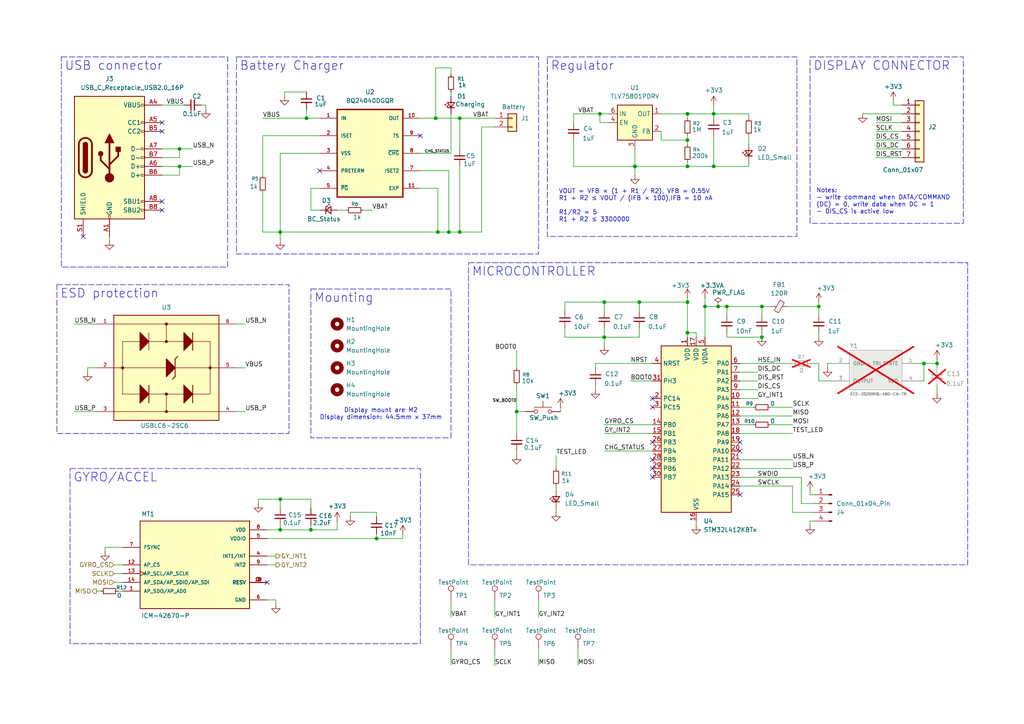
<source format=kicad_sch>
(kicad_sch (version 20250114) (generator "eeschema") (generator_version "9.0")
  (paper "A4")
  (title_block (title "Robot Companion") (date "2025-05-31") (rev "A"))
  (lib_symbols
    (symbol "BQ24040DGQR:BQ24040DGQR" (pin_names (offset 1.016))
      (property "Reference" "U" (at -12.7 13.7 0))
      (property "Value" "BQ24040DGQR" (at -12.7 -16.7 0))
      (symbol "BQ24040DGQR_0_0"
        (pin input line (at -17.78 10.16 0) (length 5.08) (name "IN") (number "1"))
        (pin input line (at -17.78 5.08 0) (length 5.08) (name "ISET") (number "2"))
        (pin power_in line (at -17.78 0 0) (length 5.08) (name "VSS") (number "3"))
        (pin input line (at -17.78 -5.08 0) (length 5.08) (name "PRETERM") (number "4"))
        (pin output line (at -17.78 -10.16 0) (length 5.08) (name "~{PG}") (number "5"))
        (pin output line (at 11.43 10.16 180) (length 5.08) (name "OUT") (number "10"))
        (pin input line (at 11.43 5.08 180) (length 5.08) (name "TS") (number "9"))
        (pin output line (at 11.43 0 180) (length 5.08) (name "~{CHG}") (number "8"))
        (pin input line (at 11.43 -5.08 180) (length 5.08) (name "ISET2") (number "7"))
      )
      (symbol "BQ24040DGQR_1_0"
        (pin power_in line (at 11.43 -10.16 180) (length 5.08) (name "EXP") (number "11"))
      )
    )
    (symbol "Connector:Conn_01x04_Pin" (pin_names (offset 1.016) (hide yes))
      (property "Reference" "J" (at 0 5.08 0))
      (property "Value" "Conn_01x04_Pin" (at 0 -7.62 0))
      (symbol "Conn_01x04_Pin_1_1"
        (pin passive line (at 5.08 2.54 180) (length 3.81) (name "Pin_1") (number "1"))
        (pin passive line (at 5.08 0 180) (length 3.81) (name "Pin_2") (number "2"))
        (pin passive line (at 5.08 -2.54 180) (length 3.81) (name "Pin_3") (number "3"))
        (pin passive line (at 5.08 -5.08 180) (length 3.81) (name "Pin_4") (number "4"))
      )
    )
    (symbol "Connector:TestPoint" (pin_numbers (hide yes)) (pin_names (offset 0.762) (hide yes))
      (property "Reference" "TP" (at 0 6.858 0))
      (property "Value" "TestPoint" (at 0 5.08 0))
      (symbol "TestPoint_1_1"
        (pin passive line (at 0 0 90) (length 2.54) (name "1") (number "1"))
      )
    )
    (symbol "Connector:USB_C_Receptacle_USB2.0_16P" (pin_names (offset 1.016))
      (property "Reference" "J" (at 0 22.225 0))
      (property "Value" "USB_C_Receptacle_USB2.0_16P" (at 0 19.685 0))
      (symbol "USB_C_Receptacle_USB2.0_16P_1_1"
        (pin passive line (at -7.62 -22.86 90) (length 5.08) (name "SHIELD") (number "S1"))
        (pin passive line (at 0 -22.86 90) (length 5.08) (name "GND") (number "A1"))
        (pin passive line (at 0 -22.86 90) (length 5.08) (hide yes) (name "GND") (number "A12"))
        (pin passive line (at 0 -22.86 90) (length 5.08) (hide yes) (name "GND") (number "B1"))
        (pin passive line (at 0 -22.86 90) (length 5.08) (hide yes) (name "GND") (number "B12"))
        (pin passive line (at 15.24 15.24 180) (length 5.08) (name "VBUS") (number "A4"))
        (pin passive line (at 15.24 15.24 180) (length 5.08) (hide yes) (name "VBUS") (number "A9"))
        (pin passive line (at 15.24 15.24 180) (length 5.08) (hide yes) (name "VBUS") (number "B4"))
        (pin passive line (at 15.24 15.24 180) (length 5.08) (hide yes) (name "VBUS") (number "B9"))
        (pin bidirectional line (at 15.24 10.16 180) (length 5.08) (name "CC1") (number "A5"))
        (pin bidirectional line (at 15.24 7.62 180) (length 5.08) (name "CC2") (number "B5"))
        (pin bidirectional line (at 15.24 2.54 180) (length 5.08) (name "D-") (number "A7"))
        (pin bidirectional line (at 15.24 0 180) (length 5.08) (name "D-") (number "B7"))
        (pin bidirectional line (at 15.24 -2.54 180) (length 5.08) (name "D+") (number "A6"))
        (pin bidirectional line (at 15.24 -5.08 180) (length 5.08) (name "D+") (number "B6"))
        (pin bidirectional line (at 15.24 -12.7 180) (length 5.08) (name "SBU1") (number "A8"))
        (pin bidirectional line (at 15.24 -15.24 180) (length 5.08) (name "SBU2") (number "B8"))
      )
    )
    (symbol "Connector_Generic:Conn_01x02" (pin_names (offset 1.016) (hide yes))
      (property "Reference" "J" (at 0 2.54 0))
      (property "Value" "Conn_01x02" (at 0 -5.08 0))
      (symbol "Conn_01x02_1_1"
        (pin passive line (at -5.08 0 0) (length 3.81) (name "Pin_1") (number "1"))
        (pin passive line (at -5.08 -2.54 0) (length 3.81) (name "Pin_2") (number "2"))
      )
    )
    (symbol "Connector_Generic:Conn_01x07" (pin_names (offset 1.016) (hide yes))
      (property "Reference" "J" (at 0 10.16 0))
      (property "Value" "Conn_01x07" (at 0 -10.16 0))
      (symbol "Conn_01x07_1_1"
        (pin passive line (at -5.08 7.62 0) (length 3.81) (name "Pin_1") (number "1"))
        (pin passive line (at -5.08 5.08 0) (length 3.81) (name "Pin_2") (number "2"))
        (pin passive line (at -5.08 2.54 0) (length 3.81) (name "Pin_3") (number "3"))
        (pin passive line (at -5.08 0 0) (length 3.81) (name "Pin_4") (number "4"))
        (pin passive line (at -5.08 -2.54 0) (length 3.81) (name "Pin_5") (number "5"))
        (pin passive line (at -5.08 -5.08 0) (length 3.81) (name "Pin_6") (number "6"))
        (pin passive line (at -5.08 -7.62 0) (length 3.81) (name "Pin_7") (number "7"))
      )
    )
    (symbol "Device:C_Small" (pin_numbers (hide yes)) (pin_names (offset 0.254) (hide yes))
      (property "Reference" "C" (at 0.254 1.778 0))
      (property "Value" "C_Small" (at 0.254 -2.032 0))
      (symbol "C_Small_1_1"
        (pin passive line (at 0 2.54 270) (length 2.032) (name "~") (number "1"))
        (pin passive line (at 0 -2.54 90) (length 2.032) (name "~") (number "2"))
      )
    )
    (symbol "Device:FerriteBead_Small" (pin_numbers (hide yes)) (pin_names (offset 0))
      (property "Reference" "FB" (at 1.905 1.27 0))
      (property "Value" "FerriteBead_Small" (at 1.905 -1.27 0))
      (symbol "FerriteBead_Small_1_1"
        (pin passive line (at 0 2.54 270) (length 1.27) (name "~") (number "1"))
        (pin passive line (at 0 -2.54 90) (length 1.27) (name "~") (number "2"))
      )
    )
    (symbol "Device:LED_Small" (pin_numbers (hide yes)) (pin_names (offset 0.254) (hide yes))
      (property "Reference" "D" (at -1.27 3.175 0))
      (property "Value" "LED_Small" (at -4.445 -2.54 0))
      (symbol "LED_Small_1_1"
        (pin passive line (at -2.54 0 0) (length 1.778) (name "K") (number "1"))
        (pin passive line (at 2.54 0 180) (length 1.778) (name "A") (number "2"))
      )
    )
    (symbol "Device:R_Small" (pin_numbers (hide yes)) (pin_names (offset 0.254) (hide yes))
      (property "Reference" "R" (at 0 0 90))
      (property "Value" "R_Small" (at 1.778 0 90))
      (symbol "R_Small_1_1"
        (pin passive line (at 0 2.54 270) (length 0.762) (name "~") (number "1"))
        (pin passive line (at 0 -2.54 90) (length 0.762) (name "~") (number "2"))
      )
    )
    (symbol "ECS-2520MVQ-480-CN-TR:ECS-2520MVQ-480-CN-TR" (pin_names (offset 1.016))
      (property "Reference" "Y1" (at 0 12.7 0))
      (property "Value" "ECS-2520MVQ-480-CN-TR" (at 0 10.16 0))
      (symbol "ECS-2520MVQ-480-CN-TR_0_0"
        (pin input line (at -12.7 2.54 0) (length 5.08) (name "VDD") (number "4"))
        (pin input line (at -12.7 -2.54 0) (length 5.08) (name "TRI_STATE") (number "1"))
        (pin output line (at 12.7 2.54 180) (length 5.08) (name "OUTPUT") (number "3"))
        (pin power_in line (at 12.7 -2.54 180) (length 5.08) (name "GND") (number "2"))
      )
    )
    (symbol "ICM-42670-P:ICM-42670-P" (pin_names (offset 1.016))
      (property "Reference" "MT" (at -20.32 13.97 0))
      (property "Value" "ICM-42670-P" (at -20.32 -15.24 0))
      (symbol "ICM-42670-P_0_0"
        (pin input line (at -25.4 5.08 0) (length 5.08) (name "FSYNC") (number "7"))
        (pin input line (at -25.4 0 0) (length 5.08) (name "AP_CS") (number "12"))
        (pin input clock (at -25.4 -2.54 0) (length 5.08) (name "AP_SCL/AP_SCLK") (number "13"))
        (pin bidirectional line (at -25.4 -5.08 0) (length 5.08) (name "AP_SDA/AP_SDIO/AP_SDI") (number "14"))
        (pin bidirectional line (at -25.4 -7.62 0) (length 5.08) (name "AP_SDO/AP_AD0") (number "1"))
        (pin power_in line (at 16.51 10.16 180) (length 5.08) (name "VDD") (number "8"))
        (pin power_in line (at 16.51 7.62 180) (length 5.08) (name "VDDIO") (number "5"))
        (pin output line (at 16.51 2.54 180) (length 5.08) (name "INT1/INT") (number "4"))
        (pin output line (at 16.51 0 180) (length 5.08) (name "INT2") (number "9"))
        (pin passive line (at 16.51 -5.08 180) (length 5.08) (name "RESV") (number "10"))
        (pin passive line (at 16.51 -5.08 180) (length 5.08) (name "RESV") (number "11"))
        (pin passive line (at 16.51 -5.08 180) (length 5.08) (name "RESV") (number "2"))
        (pin passive line (at 16.51 -5.08 180) (length 5.08) (name "RESV") (number "3"))
        (pin power_in line (at 16.51 -10.16 180) (length 5.08) (name "GND") (number "6"))
      )
    )
    (symbol "MCU_ST_STM32L4:STM32L412KBTx"
      (property "Reference" "U" (at -10.16 26.67 0))
      (property "Value" "STM32L412KBTx" (at 5.08 26.67 0))
      (symbol "STM32L412KBTx_1_1"
        (pin input line (at -12.7 20.32 0) (length 2.54) (name "NRST") (number "4"))
        (pin bidirectional line (at -12.7 15.24 0) (length 2.54) (name "PH3") (number "31"))
        (pin bidirectional line (at -12.7 10.16 0) (length 2.54) (name "PC14") (number "2"))
        (pin bidirectional line (at -12.7 7.62 0) (length 2.54) (name "PC15") (number "3"))
        (pin bidirectional line (at -12.7 2.54 0) (length 2.54) (name "PB0") (number "14"))
        (pin bidirectional line (at -12.7 0 0) (length 2.54) (name "PB1") (number "15"))
        (pin bidirectional line (at -12.7 -2.54 0) (length 2.54) (name "PB3") (number "26"))
        (pin bidirectional line (at -12.7 -5.08 0) (length 2.54) (name "PB4") (number "27"))
        (pin bidirectional line (at -12.7 -7.62 0) (length 2.54) (name "PB5") (number "28"))
        (pin bidirectional line (at -12.7 -10.16 0) (length 2.54) (name "PB6") (number "29"))
        (pin bidirectional line (at -12.7 -12.7 0) (length 2.54) (name "PB7") (number "30"))
        (pin power_in line (at -2.54 27.94 270) (length 2.54) (name "VDD") (number "1"))
        (pin power_in line (at 0 27.94 270) (length 2.54) (name "VDD") (number "17"))
        (pin power_in line (at 0 -25.4 90) (length 2.54) (name "VSS") (number "16"))
        (pin passive line (at 0 -25.4 90) (length 2.54) (hide yes) (name "VSS") (number "32"))
        (pin power_in line (at 2.54 27.94 270) (length 2.54) (name "VDDA") (number "5"))
        (pin bidirectional line (at 12.7 20.32 180) (length 2.54) (name "PA0") (number "6"))
        (pin bidirectional line (at 12.7 17.78 180) (length 2.54) (name "PA1") (number "7"))
        (pin bidirectional line (at 12.7 15.24 180) (length 2.54) (name "PA2") (number "8"))
        (pin bidirectional line (at 12.7 12.7 180) (length 2.54) (name "PA3") (number "9"))
        (pin bidirectional line (at 12.7 10.16 180) (length 2.54) (name "PA4") (number "10"))
        (pin bidirectional line (at 12.7 7.62 180) (length 2.54) (name "PA5") (number "11"))
        (pin bidirectional line (at 12.7 5.08 180) (length 2.54) (name "PA6") (number "12"))
        (pin bidirectional line (at 12.7 2.54 180) (length 2.54) (name "PA7") (number "13"))
        (pin bidirectional line (at 12.7 0 180) (length 2.54) (name "PA8") (number "18"))
        (pin bidirectional line (at 12.7 -2.54 180) (length 2.54) (name "PA9") (number "19"))
        (pin bidirectional line (at 12.7 -5.08 180) (length 2.54) (name "PA10") (number "20"))
        (pin bidirectional line (at 12.7 -7.62 180) (length 2.54) (name "PA11") (number "21"))
        (pin bidirectional line (at 12.7 -10.16 180) (length 2.54) (name "PA12") (number "22"))
        (pin bidirectional line (at 12.7 -12.7 180) (length 2.54) (name "PA13") (number "23"))
        (pin bidirectional line (at 12.7 -15.24 180) (length 2.54) (name "PA14") (number "24"))
        (pin bidirectional line (at 12.7 -17.78 180) (length 2.54) (name "PA15") (number "25"))
      )
    )
    (symbol "Mechanical:MountingHole" (pin_names (offset 1.016)) (in_bom no)
      (property "Reference" "H" (at 0 5.08 0))
      (property "Value" "MountingHole" (at 0 3.175 0))
    )
    (symbol "Regulator_Linear:TLV75801PDRV"
      (property "Reference" "U" (at -3.81 6.35 0))
      (property "Value" "TLV75801PDRV" (at 0 6.35 0))
      (symbol "TLV75801PDRV_1_1"
        (pin power_in line (at -7.62 2.54 0) (length 2.54) (name "IN") (number "6"))
        (pin input line (at -7.62 0 0) (length 2.54) (name "EN") (number "4"))
        (pin power_in line (at 0 -7.62 90) (length 2.54) (name "GND") (number "3"))
        (pin passive line (at 0 -7.62 90) (length 2.54) (hide yes) (name "GND") (number "7"))
        (pin no_connect line (at 5.08 0 180) (length 2.54) (hide yes) (name "DNC") (number "5"))
        (pin power_out line (at 7.62 2.54 180) (length 2.54) (name "OUT") (number "1"))
        (pin input line (at 7.62 -2.54 180) (length 2.54) (name "FB") (number "2"))
      )
    )
    (symbol "Switch:SW_Push" (pin_numbers (hide yes)) (pin_names (offset 1.016) (hide yes))
      (property "Reference" "SW" (at 1.27 2.54 0))
      (property "Value" "SW_Push" (at 0 -1.524 0))
      (symbol "SW_Push_0_1"
        (pin passive line (at -5.08 0 0) (length 2.54) (name "1") (number "1"))
        (pin passive line (at 5.08 0 180) (length 2.54) (name "2") (number "2"))
      )
    )
    (symbol "USBLC6-2SC6:USBLC6-2SC6" (pin_names (offset 1.016))
      (property "Reference" "U" (at -15.2693 17.8093 0))
      (property "Value" "USBLC6-2SC6" (at -15.2559 -17.7959 0))
      (symbol "USBLC6-2SC6_0_0"
        (pin bidirectional line (at -20.32 12.7 0) (length 5.08) (name "~") (number "1"))
        (pin power_in line (at -20.32 0 0) (length 5.08) (name "~") (number "2"))
        (pin bidirectional line (at -20.32 -12.7 0) (length 5.08) (name "~") (number "3"))
        (pin bidirectional line (at 20.32 12.7 180) (length 5.08) (name "~") (number "6"))
        (pin power_in line (at 20.32 0 180) (length 5.08) (name "~") (number "5"))
        (pin bidirectional line (at 20.32 -12.7 180) (length 5.08) (name "~") (number "4"))
      )
    )
    (symbol "power:+3.3VA" (power) (pin_numbers (hide yes)) (pin_names (offset 0) (hide yes))
      (property "Value" "+3.3VA" (at 0 3.556 0))
      (symbol "+3.3VA_1_1"
        (pin power_in line (at 0 0 90) (length 0) (name "~") (number "1"))
      )
    )
    (symbol "power:+3V3" (power) (pin_numbers (hide yes)) (pin_names (offset 0) (hide yes))
      (property "Value" "+3V3" (at 0 3.556 0))
      (symbol "+3V3_1_1"
        (pin power_in line (at 0 0 90) (length 0) (name "~") (number "1"))
      )
    )
    (symbol "power:GND" (power) (pin_numbers (hide yes)) (pin_names (offset 0) (hide yes))
      (property "Value" "GND" (at 0 -3.81 0))
      (symbol "GND_1_1"
        (pin power_in line (at 0 0 270) (length 0) (name "~") (number "1"))
      )
    )
    (symbol "power:PWR_FLAG" (power) (pin_numbers (hide yes)) (pin_names (offset 0) (hide yes))
      (property "Value" "PWR_FLAG" (at 0 3.81 0))
      (symbol "PWR_FLAG_0_0"
        (pin power_out line (at 0 0 90) (length 0) (name "~") (number "1"))
      )
    )
  )
  (text "Display mount are M2\nDisplay dimension: 44.5mm x 37mm\n" (at 110.49 120.142 0) (effects (font (size 1.27 1.27))))
  (text "VOUT = VFB × (1 + R1 / R2), VFB = 0.55V\nR1 + R2 ≤ VOUT / (IFB × 100),IFB = 10 nA\n\nR1/R2 = 5\nR1 + R2 ≤ 3300000" (at 162.052 59.69 0) (effects (font (size 1.27 1.27)) (justify left)))
  (text "Notes: \n- write command when DATA/COMMAND \n(DC) = 0, write data when DC = 1\n- DIS_CS is active low" (at 236.728 58.42 0) (effects (font (size 1.27 1.27)) (justify left)))
  (text_box "DISPLAY CONNECTOR" (at 234.95 16.51 0) (size 44.45 48.26) (margins 0.9525 0.9525 0.9525 0.9525) (stroke (width 0) (type dash)) (effects (font (size 2.54 2.54)) (justify left top)))
  (text_box "Battery Charger" (at 68.58 16.51 0) (size 87.63 57.15) (margins 0.9525 0.9525 0.9525 0.9525) (stroke (width 0) (type dash)) (effects (font (size 2.54 2.54)) (justify left top)))
  (text_box "ESD protection" (at 16.51 82.55 0) (size 67.31 43.18) (margins 0.9525 0.9525 0.9525 0.9525) (stroke (width 0) (type dash)) (effects (font (size 2.54 2.54)) (justify left top)))
  (text_box "MICROCONTROLLER\n" (at 135.89 76.2 0) (size 144.78 87.63) (margins 0.9525 0.9525 0.9525 0.9525) (stroke (width 0) (type dash)) (effects (font (size 2.54 2.54)) (justify left top)))
  (text_box "Regulator" (at 158.75 16.51 0) (size 72.39 52.07) (margins 0.9525 0.9525 0.9525 0.9525) (stroke (width 0) (type dash)) (effects (font (size 2.54 2.54)) (justify left top)))
  (text_box "Mounting" (at 90.17 83.82 0) (size 40.64 43.18) (margins 0.9525 0.9525 0.9525 0.9525) (stroke (width 0) (type dash)) (effects (font (size 2.54 2.54)) (justify left top)))
  (text_box "USB connector\n" (at 17.78 16.51 0) (size 48.26 60.96) (margins 0.9525 0.9525 0.9525 0.9525) (stroke (width 0) (type dash)) (effects (font (size 2.54 2.54)) (justify left top)))
  (text_box "GYRO/ACCEL\n" (at 20.32 135.89 0) (size 101.6 50.8) (margins 0.9525 0.9525 0.9525 0.9525) (stroke (width 0) (type dash)) (effects (font (size 2.54 2.54)) (justify left top)))
  (junction (at 199.39 96.52))
  (junction (at 173.99 33.02))
  (junction (at 199.39 87.63))
  (junction (at 184.15 48.26))
  (junction (at 208.28 88.9))
  (junction (at 90.17 153.67))
  (junction (at 199.39 33.02))
  (junction (at 130.175 67.31))
  (junction (at 210.82 88.9))
  (junction (at 81.28 67.31))
  (junction (at 52.07 48.26))
  (junction (at 220.98 88.9))
  (junction (at 199.39 48.26))
  (junction (at 109.22 156.21))
  (junction (at 237.49 88.9))
  (junction (at 133.35 34.29))
  (junction (at 88.9 34.29))
  (junction (at 127 67.31))
  (junction (at 220.98 97.79))
  (junction (at 204.47 88.9))
  (junction (at 52.07 43.18))
  (junction (at 175.26 87.63))
  (junction (at 81.28 153.67))
  (junction (at 175.26 97.79))
  (junction (at 149.86 119.38))
  (junction (at 185.42 87.63))
  (junction (at 271.78 105.41))
  (junction (at 207.01 48.26))
  (junction (at 133.35 67.31))
  (junction (at 81.28 144.78))
  (junction (at 267.97 105.41))
  (junction (at 126.365 34.29))
  (junction (at 199.39 40.64))
  (junction (at 207.01 33.02))
  (no_connect (at 189.23 135.89))
  (no_connect (at 214.63 143.51))
  (no_connect (at 189.23 133.35))
  (no_connect (at 46.99 60.96))
  (no_connect (at 189.23 115.57))
  (no_connect (at 24.13 68.58))
  (no_connect (at 46.99 58.42))
  (no_connect (at 189.23 118.11))
  (no_connect (at 92.71 49.53))
  (no_connect (at 77.47 168.91))
  (no_connect (at 121.92 39.37))
  (no_connect (at 46.99 38.1))
  (no_connect (at 214.63 128.27))
  (no_connect (at 189.23 128.27))
  (no_connect (at 189.23 138.43))
  (no_connect (at 214.63 130.81))
  (no_connect (at 46.99 35.56))
  (wire (pts (xy 229.87 148.59) (xy 236.22 148.59)))
  (wire (pts (xy 185.42 87.63) (xy 185.42 90.17)))
  (wire (pts (xy 204.47 86.36) (xy 204.47 88.9)))
  (wire (pts (xy 81.28 144.78) (xy 81.28 147.32)))
  (wire (pts (xy 214.63 133.35) (xy 229.87 133.35)))
  (wire (pts (xy 76.2 67.31) (xy 81.28 67.31)))
  (wire (pts (xy 259.08 30.48) (xy 261.62 30.48)))
  (wire (pts (xy 149.86 119.38) (xy 149.86 125.73)))
  (wire (pts (xy 254 45.72) (xy 261.62 45.72)))
  (wire (pts (xy 220.98 88.9) (xy 220.98 91.44)))
  (wire (pts (xy 237.49 105.41) (xy 237.49 110.49)))
  (wire (pts (xy 214.63 140.97) (xy 229.87 140.97)))
  (wire (pts (xy 166.37 40.64) (xy 166.37 48.26)))
  (wire (pts (xy 52.07 45.72) (xy 46.99 45.72)))
  (wire (pts (xy 217.17 48.26) (xy 207.01 48.26)))
  (wire (pts (xy 204.47 88.9) (xy 208.28 88.9)))
  (wire (pts (xy 46.99 30.48) (xy 53.34 30.48)))
  (wire (pts (xy 80.01 173.99) (xy 80.01 175.26)))
  (wire (pts (xy 52.07 48.26) (xy 52.07 50.8)))
  (wire (pts (xy 133.35 48.26) (xy 133.35 67.31)))
  (wire (pts (xy 175.26 123.19) (xy 189.23 123.19)))
  (wire (pts (xy 189.23 105.41) (xy 172.72 105.41)))
  (wire (pts (xy 130.81 19.685) (xy 126.365 19.685)))
  (wire (pts (xy 76.2 39.37) (xy 76.2 50.8)))
  (wire (pts (xy 163.83 90.17) (xy 163.83 87.63)))
  (wire (pts (xy 121.92 44.45) (xy 130.81 44.45)))
  (wire (pts (xy 82.55 26.67) (xy 82.55 27.94)))
  (wire (pts (xy 101.6 149.86) (xy 101.6 148.59)))
  (wire (pts (xy 176.53 35.56) (xy 173.99 35.56)))
  (wire (pts (xy 266.7 105.41) (xy 267.97 105.41)))
  (wire (pts (xy 175.26 125.73) (xy 189.23 125.73)))
  (wire (pts (xy 217.17 39.37) (xy 217.17 41.91)))
  (wire (pts (xy 208.28 88.9) (xy 210.82 88.9)))
  (wire (pts (xy 204.47 88.9) (xy 204.47 97.79)))
  (wire (pts (xy 162.56 118.11) (xy 162.56 119.38)))
  (wire (pts (xy 21.59 119.38) (xy 27.94 119.38)))
  (wire (pts (xy 33.02 163.83) (xy 35.56 163.83)))
  (wire (pts (xy 77.47 163.83) (xy 80.01 163.83)))
  (wire (pts (xy 199.39 96.52) (xy 199.39 97.79)))
  (wire (pts (xy 25.4 106.68) (xy 27.94 106.68)))
  (wire (pts (xy 126.365 19.685) (xy 126.365 34.29)))
  (wire (pts (xy 175.26 95.25) (xy 175.26 97.79)))
  (wire (pts (xy 214.63 113.03) (xy 219.71 113.03)))
  (wire (pts (xy 163.83 97.79) (xy 175.26 97.79)))
  (wire (pts (xy 254 35.56) (xy 261.62 35.56)))
  (wire (pts (xy 92.71 44.45) (xy 81.28 44.45)))
  (wire (pts (xy 254 40.64) (xy 261.62 40.64)))
  (wire (pts (xy 214.63 115.57) (xy 219.71 115.57)))
  (wire (pts (xy 90.17 147.32) (xy 90.17 144.78)))
  (wire (pts (xy 175.26 97.79) (xy 175.26 100.33)))
  (wire (pts (xy 175.26 87.63) (xy 175.26 90.17)))
  (wire (pts (xy 217.17 33.02) (xy 217.17 34.29)))
  (wire (pts (xy 201.93 97.79) (xy 201.93 96.52)))
  (wire (pts (xy 210.82 96.52) (xy 210.82 97.79)))
  (wire (pts (xy 173.99 33.02) (xy 173.99 35.56)))
  (wire (pts (xy 175.26 87.63) (xy 185.42 87.63)))
  (wire (pts (xy 35.56 158.75) (xy 30.48 158.75)))
  (wire (pts (xy 109.22 156.21) (xy 116.84 156.21)))
  (wire (pts (xy 52.07 48.26) (xy 55.88 48.26)))
  (wire (pts (xy 133.35 67.31) (xy 139.7 67.31)))
  (wire (pts (xy 266.7 110.49) (xy 267.97 110.49)))
  (wire (pts (xy 166.37 48.26) (xy 184.15 48.26)))
  (wire (pts (xy 77.47 153.67) (xy 81.28 153.67)))
  (wire (pts (xy 130.81 173.99) (xy 130.81 179.07)))
  (wire (pts (xy 259.08 29.21) (xy 259.08 30.48)))
  (wire (pts (xy 27.94 171.45) (xy 29.21 171.45)))
  (wire (pts (xy 207.01 39.37) (xy 207.01 48.26)))
  (wire (pts (xy 130.81 33.02) (xy 130.81 44.45)))
  (wire (pts (xy 46.99 43.18) (xy 52.07 43.18)))
  (wire (pts (xy 90.17 144.78) (xy 81.28 144.78)))
  (wire (pts (xy 81.28 67.31) (xy 127 67.31)))
  (wire (pts (xy 207.01 30.48) (xy 207.01 33.02)))
  (wire (pts (xy 223.52 123.19) (xy 229.87 123.19)))
  (wire (pts (xy 219.71 110.49) (xy 214.63 110.49)))
  (wire (pts (xy 232.41 138.43) (xy 232.41 146.05)))
  (wire (pts (xy 149.86 101.6) (xy 149.86 106.68)))
  (wire (pts (xy 163.83 87.63) (xy 175.26 87.63)))
  (wire (pts (xy 139.7 36.83) (xy 139.7 67.31)))
  (wire (pts (xy 68.58 106.68) (xy 71.12 106.68)))
  (wire (pts (xy 130.81 19.685) (xy 130.81 21.59)))
  (wire (pts (xy 214.63 118.11) (xy 218.44 118.11)))
  (wire (pts (xy 220.98 88.9) (xy 223.52 88.9)))
  (wire (pts (xy 33.02 168.91) (xy 35.56 168.91)))
  (wire (pts (xy 116.84 154.94) (xy 116.84 156.21)))
  (wire (pts (xy 214.63 105.41) (xy 229.87 105.41)))
  (wire (pts (xy 267.97 105.41) (xy 271.78 105.41)))
  (wire (pts (xy 175.26 130.81) (xy 189.23 130.81)))
  (wire (pts (xy 234.95 152.4) (xy 234.95 151.13)))
  (wire (pts (xy 126.365 34.29) (xy 133.35 34.29)))
  (wire (pts (xy 21.59 93.98) (xy 27.94 93.98)))
  (wire (pts (xy 76.2 34.29) (xy 88.9 34.29)))
  (wire (pts (xy 185.42 95.25) (xy 185.42 97.79)))
  (wire (pts (xy 133.35 34.29) (xy 133.35 43.18)))
  (wire (pts (xy 199.39 46.99) (xy 199.39 48.26)))
  (wire (pts (xy 175.26 97.79) (xy 185.42 97.79)))
  (wire (pts (xy 149.86 111.76) (xy 149.86 119.38)))
  (wire (pts (xy 90.17 152.4) (xy 90.17 153.67)))
  (wire (pts (xy 46.99 48.26) (xy 52.07 48.26)))
  (wire (pts (xy 68.58 119.38) (xy 71.12 119.38)))
  (wire (pts (xy 201.93 151.13) (xy 201.93 152.4)))
  (wire (pts (xy 109.22 148.59) (xy 109.22 149.86)))
  (wire (pts (xy 199.39 41.91) (xy 199.39 40.64)))
  (wire (pts (xy 172.72 111.76) (xy 172.72 113.03)))
  (wire (pts (xy 127 67.31) (xy 130.175 67.31)))
  (wire (pts (xy 31.75 68.58) (xy 31.75 69.85)))
  (wire (pts (xy 166.37 33.02) (xy 166.37 35.56)))
  (wire (pts (xy 152.4 119.38) (xy 149.86 119.38)))
  (wire (pts (xy 172.72 105.41) (xy 172.72 106.68)))
  (wire (pts (xy 90.17 60.96) (xy 92.71 60.96)))
  (wire (pts (xy 163.83 95.25) (xy 163.83 97.79)))
  (wire (pts (xy 232.41 146.05) (xy 236.22 146.05)))
  (wire (pts (xy 90.17 54.61) (xy 90.17 60.96)))
  (wire (pts (xy 143.51 173.99) (xy 143.51 179.07)))
  (wire (pts (xy 214.63 120.65) (xy 229.87 120.65)))
  (wire (pts (xy 92.71 39.37) (xy 76.2 39.37)))
  (wire (pts (xy 127 54.61) (xy 121.92 54.61)))
  (wire (pts (xy 109.22 154.94) (xy 109.22 156.21)))
  (wire (pts (xy 161.29 132.08) (xy 161.29 135.89)))
  (wire (pts (xy 92.71 54.61) (xy 90.17 54.61)))
  (wire (pts (xy 271.78 114.3) (xy 271.78 111.76)))
  (wire (pts (xy 161.29 140.97) (xy 161.29 142.24)))
  (wire (pts (xy 130.175 67.31) (xy 133.35 67.31)))
  (wire (pts (xy 267.97 110.49) (xy 267.97 105.41)))
  (wire (pts (xy 223.52 118.11) (xy 229.87 118.11)))
  (wire (pts (xy 184.15 48.26) (xy 184.15 50.8)))
  (wire (pts (xy 130.81 26.67) (xy 130.81 27.94)))
  (wire (pts (xy 81.28 152.4) (xy 81.28 153.67)))
  (wire (pts (xy 52.07 50.8) (xy 46.99 50.8)))
  (wire (pts (xy 214.63 135.89) (xy 229.87 135.89)))
  (wire (pts (xy 68.58 93.98) (xy 71.12 93.98)))
  (wire (pts (xy 191.77 38.1) (xy 191.77 40.64)))
  (wire (pts (xy 109.22 156.21) (xy 77.47 156.21)))
  (wire (pts (xy 127 54.61) (xy 127 67.31)))
  (wire (pts (xy 30.48 158.75) (xy 30.48 160.02)))
  (wire (pts (xy 214.63 107.95) (xy 219.71 107.95)))
  (wire (pts (xy 229.87 140.97) (xy 229.87 148.59)))
  (wire (pts (xy 214.63 123.19) (xy 218.44 123.19)))
  (wire (pts (xy 130.81 187.96) (xy 130.81 193.04)))
  (wire (pts (xy 90.17 153.67) (xy 97.79 153.67)))
  (wire (pts (xy 207.01 33.02) (xy 207.01 34.29)))
  (wire (pts (xy 220.98 97.79) (xy 220.98 96.52)))
  (wire (pts (xy 234.95 142.24) (xy 234.95 143.51)))
  (wire (pts (xy 59.69 30.48) (xy 58.42 30.48)))
  (wire (pts (xy 184.15 43.18) (xy 184.15 48.26)))
  (wire (pts (xy 191.77 33.02) (xy 199.39 33.02)))
  (wire (pts (xy 199.39 40.64) (xy 199.39 39.37)))
  (wire (pts (xy 143.51 187.96) (xy 143.51 193.04)))
  (wire (pts (xy 52.07 43.18) (xy 55.88 43.18)))
  (wire (pts (xy 81.28 44.45) (xy 81.28 67.31)))
  (wire (pts (xy 210.82 97.79) (xy 220.98 97.79)))
  (wire (pts (xy 156.21 173.99) (xy 156.21 179.07)))
  (wire (pts (xy 207.01 33.02) (xy 217.17 33.02)))
  (wire (pts (xy 237.49 88.9) (xy 237.49 91.44)))
  (wire (pts (xy 121.92 49.53) (xy 130.175 49.53)))
  (wire (pts (xy 254 38.1) (xy 261.62 38.1)))
  (wire (pts (xy 88.9 31.75) (xy 88.9 34.29)))
  (wire (pts (xy 74.93 144.78) (xy 81.28 144.78)))
  (wire (pts (xy 34.29 171.45) (xy 35.56 171.45)))
  (wire (pts (xy 77.47 173.99) (xy 80.01 173.99)))
  (wire (pts (xy 176.53 33.02) (xy 173.99 33.02)))
  (wire (pts (xy 74.93 144.78) (xy 74.93 146.05)))
  (wire (pts (xy 271.78 104.14) (xy 271.78 105.41)))
  (wire (pts (xy 237.49 96.52) (xy 237.49 97.79)))
  (wire (pts (xy 156.21 187.96) (xy 156.21 193.04)))
  (wire (pts (xy 88.9 26.67) (xy 82.55 26.67)))
  (wire (pts (xy 234.95 143.51) (xy 236.22 143.51)))
  (wire (pts (xy 59.69 30.48) (xy 59.69 31.75)))
  (wire (pts (xy 199.39 86.36) (xy 199.39 87.63)))
  (wire (pts (xy 199.39 34.29) (xy 199.39 33.02)))
  (wire (pts (xy 184.15 48.26) (xy 199.39 48.26)))
  (wire (pts (xy 199.39 87.63) (xy 199.39 96.52)))
  (wire (pts (xy 97.79 151.13) (xy 97.79 153.67)))
  (wire (pts (xy 210.82 88.9) (xy 210.82 91.44)))
  (wire (pts (xy 199.39 96.52) (xy 201.93 96.52)))
  (wire (pts (xy 271.78 105.41) (xy 271.78 106.68)))
  (wire (pts (xy 167.64 187.96) (xy 167.64 193.04)))
  (wire (pts (xy 250.19 33.02) (xy 261.62 33.02)))
  (wire (pts (xy 105.41 60.96) (xy 107.95 60.96)))
  (wire (pts (xy 139.7 36.83) (xy 143.51 36.83)))
  (wire (pts (xy 101.6 148.59) (xy 109.22 148.59)))
  (wire (pts (xy 234.95 151.13) (xy 236.22 151.13)))
  (wire (pts (xy 81.28 153.67) (xy 90.17 153.67)))
  (wire (pts (xy 97.79 60.96) (xy 100.33 60.96)))
  (wire (pts (xy 199.39 40.64) (xy 191.77 40.64)))
  (wire (pts (xy 240.03 105.41) (xy 240.03 106.68)))
  (wire (pts (xy 254 43.18) (xy 261.62 43.18)))
  (wire (pts (xy 214.63 125.73) (xy 229.87 125.73)))
  (wire (pts (xy 121.92 34.29) (xy 126.365 34.29)))
  (wire (pts (xy 228.6 88.9) (xy 237.49 88.9)))
  (wire (pts (xy 199.39 48.26) (xy 207.01 48.26)))
  (wire (pts (xy 173.99 33.02) (xy 166.37 33.02)))
  (wire (pts (xy 77.47 161.29) (xy 80.01 161.29)))
  (wire (pts (xy 217.17 46.99) (xy 217.17 48.26)))
  (wire (pts (xy 161.29 147.32) (xy 161.29 148.59)))
  (wire (pts (xy 199.39 33.02) (xy 207.01 33.02)))
  (wire (pts (xy 210.82 88.9) (xy 220.98 88.9)))
  (wire (pts (xy 237.49 110.49) (xy 241.3 110.49)))
  (wire (pts (xy 33.02 166.37) (xy 35.56 166.37)))
  (wire (pts (xy 76.2 55.88) (xy 76.2 67.31)))
  (wire (pts (xy 182.88 110.49) (xy 189.23 110.49)))
  (wire (pts (xy 149.86 132.08) (xy 149.86 130.81)))
  (wire (pts (xy 234.95 105.41) (xy 237.49 105.41)))
  (wire (pts (xy 130.175 49.53) (xy 130.175 67.31)))
  (wire (pts (xy 81.28 67.31) (xy 81.28 69.85)))
  (wire (pts (xy 214.63 138.43) (xy 232.41 138.43)))
  (wire (pts (xy 241.3 105.41) (xy 240.03 105.41)))
  (wire (pts (xy 237.49 87.63) (xy 237.49 88.9)))
  (wire (pts (xy 185.42 87.63) (xy 199.39 87.63)))
  (wire (pts (xy 88.9 34.29) (xy 92.71 34.29)))
  (wire (pts (xy 133.35 34.29) (xy 143.51 34.29)))
  (wire (pts (xy 52.07 43.18) (xy 52.07 45.72)))
  (wire (pts (xy 25.4 107.95) (xy 25.4 106.68)))
  (label "DIS_CS" (at 254 40.64 0))
  (label "SCLK" (at 143.51 193.04 0))
  (label "TEST_LED" (at 161.29 132.08 0))
  (label "DIS_DC" (at 219.71 107.95 0))
  (label "DIS_DC" (at 254 43.18 0))
  (label "GY_INT1" (at 143.51 179.07 0))
  (label "SWCLK" (at 219.71 140.97 0))
  (label "DIS_RST" (at 254 45.72 0))
  (label "CHG_STATUS" (at 175.26 130.81 0))
  (label "VBAT" (at 137.16 34.29 0))
  (label "TEST_LED" (at 229.87 125.73 0))
  (label "USB_N" (at 55.88 43.18 0))
  (label "USB_N" (at 229.87 133.35 0))
  (label "USB_N" (at 21.59 93.98 0))
  (label "MOSI" (at 167.64 193.04 0))
  (label "BOOT0" (at 149.86 101.6 180))
  (label "SWDIO" (at 219.71 138.43 0))
  (label "NRST" (at 182.88 105.41 0))
  (label "USB_P" (at 21.59 119.38 0))
  (label "MOSI" (at 254 35.56 0))
  (label "GY_INT2" (at 156.21 179.07 0))
  (label "GYRO_CS" (at 175.26 123.19 0))
  (label "MISO" (at 156.21 193.04 0))
  (label "USB_N" (at 71.12 93.98 0))
  (label "VBAT" (at 130.81 179.07 0))
  (label "GYRO_CS" (at 130.81 193.04 0))
  (label "VBUS" (at 76.2 34.29 0))
  (label "MOSI" (at 229.87 123.19 0))
  (label "HSE_IN" (at 219.71 105.41 0))
  (label "VBUS" (at 71.12 106.68 0))
  (label "DIS_RST" (at 219.71 110.49 0))
  (label "VBAT" (at 167.64 33.02 0))
  (label "DIS_CS" (at 219.71 113.03 0))
  (label "SW_BOOT0" (at 149.86 116.84 180) (effects (font (size 0.889 0.889))))
  (label "GY_INT2" (at 175.26 125.73 0))
  (label "VBAT" (at 107.95 60.96 0))
  (label "SCLK" (at 254 38.1 0))
  (label "VBUS" (at 48.26 30.48 0))
  (label "GY_INT1" (at 219.71 115.57 0))
  (label "USB_P" (at 55.88 48.26 0))
  (label "USB_P" (at 229.87 135.89 0))
  (label "SCLK" (at 229.87 118.11 0))
  (label "MISO" (at 229.87 120.65 0))
  (label "BOOT0" (at 182.88 110.49 0))
  (label "USB_P" (at 71.12 119.38 0))
  (label "CHG_STATUS" (at 123.19 44.45 0) (effects (font (size 0.762 0.762))))
  (hierarchical_label "MISO" (shape output) (at 27.94 171.45 180))
  (hierarchical_label "GY_INT2" (shape output) (at 80.01 163.83 0))
  (hierarchical_label "MOSI" (shape input) (at 33.02 168.91 180))
  (hierarchical_label "GYRO_CS" (shape input) (at 33.02 163.83 180))
  (hierarchical_label "SCLK" (shape input) (at 33.02 166.37 180))
  (hierarchical_label "GY_INT1" (shape output) (at 80.01 161.29 0))
  (symbol (lib_id "Device:LED_Small") (at 95.25 60.96 0) (unit 1)
    (property "Reference" "D3" (at 96.012 58.166 0) (effects (justify right)))
    (property "Value" "BC_Status" (at 98.806 63.5 0) (effects (justify right)))
    (property "Footprint" "LED_SMD:LED_0603_1608Metric" (effects (hide yes)))
    (property "Description" "Light emitting diode, small symbol" (effects (hide yes)))
    (property "Sim.Pin" "1=K 2=A" (effects (hide yes)))
  )
  (symbol (lib_id "Device:C_Small") (at 133.35 45.72 0) (unit 1)
    (property "Reference" "C5" (at 135.128 45.212 0) (effects (justify left)))
    (property "Value" "1uF" (at 134.366 47.498 0) (effects (justify left)))
    (property "Footprint" "Capacitor_SMD:C_0603_1608Metric" (effects (hide yes)))
    (property "Description" "Unpolarized capacitor, small symbol" (effects (hide yes)))
  )
  (symbol (lib_id "Device:C_Small") (at 81.28 149.86 0) (unit 1)
    (property "Reference" "C15" (at 83.566 149.352 0) (effects (justify left)))
    (property "Value" "0.1uF" (at 82.042 151.638 0) (effects (justify left)))
    (property "Footprint" "Capacitor_SMD:C_0603_1608Metric" (effects (hide yes)))
    (property "Description" "Unpolarized capacitor, small symbol" (effects (hide yes)))
  )
  (symbol (lib_id "Mechanical:MountingHole") (at 97.79 93.98 0) (unit 1) (in_bom no)
    (property "Reference" "H1" (at 100.33 92.7099 0) (effects (justify left)))
    (property "Value" "MountingHole" (at 100.33 95.2499 0) (effects (justify left)))
    (property "Footprint" "MountingHole:MountingHole_2.2mm_M2" (effects (hide yes)))
    (property "Description" "Mounting Hole without connection" (effects (hide yes)))
  )
  (symbol (lib_id "Device:R_Small") (at 31.75 171.45 90) (unit 1)
    (property "Reference" "R12" (at 36.83 170.434 90) (effects (font (size 1.016 1.016)) (justify left)))
    (property "Value" "0" (at 35.306 172.72 90) (effects (justify left)))
    (property "Footprint" "Resistor_SMD:R_0603_1608Metric" (effects (hide yes)))
    (property "Description" "Resistor, small symbol" (effects (hide yes)))
  )
  (symbol (lib_id "power:GND") (at 30.48 160.02 0) (unit 1)
    (property "Reference" "#PWR030" (effects (hide yes)))
    (property "Value" "GND" (effects (hide yes)))
    (property "Description" "Power symbol creates a global label with name \"GND\" , ground" (effects (hide yes)))
  )
  (symbol (lib_id "power:GND") (at 172.72 113.03 0) (unit 1)
    (property "Reference" "#PWR018" (effects (hide yes)))
    (property "Value" "GND" (effects (hide yes)))
    (property "Description" "Power symbol creates a global label with name \"GND\" , ground" (effects (hide yes)))
  )
  (symbol (lib_id "power:GND") (at 161.29 148.59 0) (unit 1)
    (property "Reference" "#PWR024" (effects (hide yes)))
    (property "Value" "GND" (effects (hide yes)))
    (property "Description" "Power symbol creates a global label with name \"GND\" , ground" (effects (hide yes)))
  )
  (symbol (lib_id "power:+3V3") (at 259.08 29.21 0) (unit 1)
    (property "Reference" "#PWR02" (effects (hide yes)))
    (property "Value" "+3V3" (at 259.08 25.146 0))
    (property "Description" "Power symbol creates a global label with name \"+3V3\"" (effects (hide yes)))
  )
  (symbol (lib_id "Device:C_Small") (at 88.9 29.21 0) (unit 1)
    (property "Reference" "C1" (at 91.694 28.448 0) (effects (justify left)))
    (property "Value" "1uF" (at 91.186 30.226 0) (effects (justify left)))
    (property "Footprint" "Capacitor_SMD:C_0603_1608Metric" (effects (hide yes)))
    (property "Description" "Unpolarized capacitor, small symbol" (effects (hide yes)))
  )
  (symbol (lib_id "Mechanical:MountingHole") (at 97.79 106.68 0) (unit 1) (in_bom no)
    (property "Reference" "H3" (at 100.33 105.4099 0) (effects (justify left)))
    (property "Value" "MountingHole" (at 100.33 107.9499 0) (effects (justify left)))
    (property "Footprint" "MountingHole:MountingHole_2.2mm_M2" (effects (hide yes)))
    (property "Description" "Mounting Hole without connection" (effects (hide yes)))
  )
  (symbol (lib_id "Connector:TestPoint") (at 143.51 173.99 0) (unit 1)
    (property "Reference" "TP2" (at 144.78 172.72 0) (effects (justify left)))
    (property "Value" "TestPoint" (at 139.7 168.91 0) (effects (justify left)))
    (property "Footprint" "TestPoint:TestPoint_Pad_D1.0mm" (effects (hide yes)))
    (property "Description" "test point" (effects (hide yes)))
  )
  (symbol (lib_id "Connector_Generic:Conn_01x02") (at 148.59 34.29 0) (unit 1)
    (property "Reference" "J1" (at 151.13 34.2899 0) (effects (justify left)))
    (property "Value" "Battery" (at 145.542 30.988 0) (effects (justify left)))
    (property "Footprint" "Connector_JST:JST_PH_S2B-PH-SM4-TB_1x02-1MP_P2.00mm_Horizontal" (effects (hide yes)))
    (property "Description" "Generic connector, single row, 01x02, script generated (kicad-library-utils/schlib/autogen/connector/)" (effects (hide yes)))
  )
  (symbol (lib_id "Connector:TestPoint") (at 156.21 173.99 0) (unit 1)
    (property "Reference" "TP3" (at 157.48 172.72 0) (effects (justify left)))
    (property "Value" "TestPoint" (at 152.4 168.91 0) (effects (justify left)))
    (property "Footprint" "TestPoint:TestPoint_Pad_D1.0mm" (effects (hide yes)))
    (property "Description" "test point" (effects (hide yes)))
  )
  (symbol (lib_id "Device:C_Small") (at 271.78 109.22 0) (unit 1) (on_board no) (dnp yes)
    (property "Reference" "C13" (at 274.574 108.458 0) (effects (justify left)))
    (property "Value" "0.1uF" (at 274.32 111.252 0) (effects (justify left)))
    (property "Footprint" "Capacitor_SMD:C_0603_1608Metric" (effects (hide yes)))
    (property "Description" "Unpolarized capacitor, small symbol" (effects (hide yes)))
  )
  (symbol (lib_id "Device:R_Small") (at 220.98 123.19 90) (unit 1)
    (property "Reference" "R10" (at 218.948 122.174 90) (effects (font (size 1.016 1.016)) (justify left)))
    (property "Value" "0" (at 224.79 122.174 90) (effects (justify left)))
    (property "Footprint" "Resistor_SMD:R_0603_1608Metric" (effects (hide yes)))
    (property "Description" "Resistor, small symbol" (effects (hide yes)))
  )
  (symbol (lib_id "power:GND") (at 74.93 146.05 0) (unit 1)
    (property "Reference" "#PWR023" (effects (hide yes)))
    (property "Value" "GND" (effects (hide yes)))
    (property "Description" "Power symbol creates a global label with name \"GND\" , ground" (effects (hide yes)))
  )
  (symbol (lib_id "USBLC6-2SC6:USBLC6-2SC6") (at 48.26 106.68 0) (unit 1)
    (property "Reference" "U3" (at 48.26 89.154 0))
    (property "Value" "USBLC6-2SC6" (at 47.752 123.444 0))
    (property "Footprint" "USBLC6_2SC6:SOT95P280X145-6N" (effects (hide yes)))
    (property "MF" "STMicroelectronics" (effects (hide yes)))
    (property "PURCHASE-URL" "https://pricing.snapeda.com/search/part/USBLC6-2SC6/?ref=eda" (effects (hide yes)))
    (property "PACKAGE" "SOT-23-6 STMicroelectronics" (effects (hide yes)))
    (property "PRICE" "None" (effects (hide yes)))
    (property "MP" "USBLC6-2SC6" (effects (hide yes)))
    (property "AVAILABILITY" "In Stock" (effects (hide yes)))
    (property "DESCRIPTION" "17V Clamp 5A (8/20µs) Ipp Tvs Diode Surface Mount SOT-23-6" (effects (hide yes)))
  )
  (symbol (lib_id "Switch:SW_Push") (at 157.48 119.38 0) (unit 1)
    (property "Reference" "SW1" (at 157.48 114.808 0))
    (property "Value" "SW_Push" (at 157.734 121.158 0))
    (property "Footprint" "Button_Switch_SMD:SW_Push_1P1T_NO_CK_KMR2" (effects (hide yes)))
    (property "Description" "Push button switch, generic, two pins" (effects (hide yes)))
    (property "Link" "https://www.digikey.com.au/en/products/detail/c-k/PTS636SM43SMTR-LFS/10071723?_gl=1*1en786n*_up*MQ..*_gs*NA..&gclid=CjwKCAjw3f_BBhAPEiwAaA3K5EzdtylBuzTH5Tp0Lw0_r2Jmw2ftEDYT3LvE-E-vyVXnVc6dkaUpDRoCz0sQAvD_BwE&gclsrc=aw.ds&gbraid=0AAAAADrbLliRg89CaQ4Hkh6Tuyu0avDiE" (effects (hide yes)))
  )
  (symbol (lib_id "Device:FerriteBead_Small") (at 226.06 88.9 90) (unit 1)
    (property "Reference" "FB1" (at 226.0219 82.55 90))
    (property "Value" "120R" (at 226.0219 85.09 90))
    (property "Footprint" "Inductor_SMD:L_0603_1608Metric" (effects (hide yes)))
    (property "Description" "Ferrite bead, small symbol" (effects (hide yes)))
  )
  (symbol (lib_id "Device:C_Small") (at 149.86 128.27 0) (unit 1)
    (property "Reference" "C14" (at 152.4 127.762 0) (effects (justify left)))
    (property "Value" "0.1uF" (at 151.892 129.794 0) (effects (justify left)))
    (property "Footprint" "Capacitor_SMD:C_0603_1608Metric" (effects (hide yes)))
    (property "Description" "Unpolarized capacitor, small symbol" (effects (hide yes)))
  )
  (symbol (lib_id "Device:C_Small") (at 90.17 149.86 0) (unit 1)
    (property "Reference" "C16" (at 92.456 149.606 0) (effects (justify left)))
    (property "Value" "2.2uF" (at 90.678 151.638 0) (effects (justify left)))
    (property "Footprint" "Capacitor_SMD:C_0603_1608Metric" (effects (hide yes)))
    (property "Description" "Unpolarized capacitor, small symbol" (effects (hide yes)))
  )
  (symbol (lib_id "power:+3V3") (at 199.39 86.36 0) (unit 1)
    (property "Reference" "#PWR09" (effects (hide yes)))
    (property "Value" "+3V3" (at 197.358 82.804 0))
    (property "Description" "Power symbol creates a global label with name \"+3V3\"" (effects (hide yes)))
  )
  (symbol (lib_id "Connector:TestPoint") (at 130.81 187.96 0) (unit 1)
    (property "Reference" "TP4" (at 132.08 186.69 0) (effects (justify left)))
    (property "Value" "TestPoint" (at 127 182.88 0) (effects (justify left)))
    (property "Footprint" "TestPoint:TestPoint_Pad_D1.0mm" (effects (hide yes)))
    (property "Description" "test point" (effects (hide yes)))
  )
  (symbol (lib_id "power:+3V3") (at 162.56 118.11 0) (unit 1)
    (property "Reference" "#PWR020" (effects (hide yes)))
    (property "Value" "+3V3" (at 164.592 114.046 0))
    (property "Description" "Power symbol creates a global label with name \"+3V3\"" (effects (hide yes)))
  )
  (symbol (lib_id "Device:R_Small") (at 102.87 60.96 270) (unit 1)
    (property "Reference" "R6" (at 101.854 59.182 90) (effects (font (size 1.016 1.016)) (justify left)))
    (property "Value" "1k" (at 102.362 62.992 90) (effects (justify left)))
    (property "Footprint" "Resistor_SMD:R_0603_1608Metric" (effects (hide yes)))
    (property "Description" "Resistor, small symbol" (effects (hide yes)))
  )
  (symbol (lib_id "Device:C_Small") (at 237.49 93.98 0) (unit 1)
    (property "Reference" "C11" (at 240.284 93.218 0) (effects (justify left)))
    (property "Value" "1uF" (at 240.03 96.012 0) (effects (justify left)))
    (property "Footprint" "Capacitor_SMD:C_0603_1608Metric" (effects (hide yes)))
    (property "Description" "Unpolarized capacitor, small symbol" (effects (hide yes)))
  )
  (symbol (lib_id "Device:R_Small") (at 199.39 44.45 0) (unit 1)
    (property "Reference" "R4" (at 200.914 43.434 0) (effects (font (size 1.016 1.016)) (justify left)))
    (property "Value" "200k" (at 200.66 45.212 0) (effects (justify left)))
    (property "Footprint" "Resistor_SMD:R_0603_1608Metric" (effects (hide yes)))
    (property "Description" "Resistor, small symbol" (effects (hide yes)))
  )
  (symbol (lib_id "power:+3.3VA") (at 204.47 86.36 0) (unit 1)
    (property "Reference" "#PWR010" (effects (hide yes)))
    (property "Value" "+3.3VA" (at 206.502 82.804 0))
    (property "Description" "Power symbol creates a global label with name \"+3.3VA\"" (effects (hide yes)))
  )
  (symbol (lib_id "Device:R_Small") (at 149.86 109.22 180) (unit 1)
    (property "Reference" "R8" (at 153.67 108.712 0) (effects (font (size 1.016 1.016)) (justify left)))
    (property "Value" "10k" (at 154.94 110.49 0) (effects (justify left)))
    (property "Footprint" "Resistor_SMD:R_0603_1608Metric" (effects (hide yes)))
    (property "Description" "Resistor, small symbol" (effects (hide yes)))
  )
  (symbol (lib_id "Device:R_Small") (at 232.41 105.41 90) (unit 1) (on_board no) (dnp yes)
    (property "Reference" "R7" (at 233.426 103.632 90) (effects (font (size 1.016 1.016)) (justify left)))
    (property "Value" "0" (at 233.172 107.442 90) (effects (justify left)))
    (property "Footprint" "Resistor_SMD:R_0603_1608Metric" (effects (hide yes)))
    (property "Description" "Resistor, small symbol" (effects (hide yes)))
  )
  (symbol (lib_id "Regulator_Linear:TLV75801PDRV") (at 184.15 35.56 0) (unit 1)
    (property "Reference" "U1" (at 184.15 25.4 0))
    (property "Value" "TLV75801PDRV" (at 184.15 27.94 0))
    (property "Footprint" "Package_SON:WSON-6-1EP_2x2mm_P0.65mm_EP1x1.6mm" (effects (hide yes)))
    (property "Datasheet" "https://www.ti.com/lit/ds/symlink/tlv758p.pdf" (effects (hide yes)))
    (property "Description" "500mA Low-Dropout Linear Regulator, Adjustable Output, WSON-6" (effects (hide yes)))
  )
  (symbol (lib_id "Device:C_Small") (at 185.42 92.71 0) (unit 1)
    (property "Reference" "C8" (at 188.214 91.948 0) (effects (justify left)))
    (property "Value" "0.1uF" (at 187.96 94.742 0) (effects (justify left)))
    (property "Footprint" "Capacitor_SMD:C_0603_1608Metric" (effects (hide yes)))
    (property "Description" "Unpolarized capacitor, small symbol" (effects (hide yes)))
  )
  (symbol (lib_id "power:GND") (at 271.78 114.3 0) (unit 1)
    (property "Reference" "#PWR019" (effects (hide yes)))
    (property "Value" "GND" (effects (hide yes)))
    (property "Description" "Power symbol creates a global label with name \"GND\" , ground" (effects (hide yes)))
  )
  (symbol (lib_id "Device:R_Small") (at 217.17 36.83 0) (unit 1)
    (property "Reference" "R3" (at 218.694 35.814 0) (effects (font (size 1.016 1.016)) (justify left)))
    (property "Value" "1k" (at 218.44 37.592 0) (effects (justify left)))
    (property "Footprint" "Resistor_SMD:R_0603_1608Metric" (effects (hide yes)))
    (property "Description" "Resistor, small symbol" (effects (hide yes)))
  )
  (symbol (lib_id "Device:C_Small") (at 210.82 93.98 0) (unit 1)
    (property "Reference" "C9" (at 213.614 93.218 0) (effects (justify left)))
    (property "Value" "10nF" (at 213.36 96.012 0) (effects (justify left)))
    (property "Footprint" "Capacitor_SMD:C_0603_1608Metric" (effects (hide yes)))
    (property "Description" "Unpolarized capacitor, small symbol" (effects (hide yes)))
  )
  (symbol (lib_id "power:GND") (at 81.28 69.85 0) (unit 1)
    (property "Reference" "#PWR08" (effects (hide yes)))
    (property "Value" "GND" (effects (hide yes)))
    (property "Description" "Power symbol creates a global label with name \"GND\" , ground" (effects (hide yes)))
  )
  (symbol (lib_id "Device:C_Small") (at 166.37 38.1 0) (unit 1)
    (property "Reference" "C4" (at 169.164 37.338 0) (effects (justify left)))
    (property "Value" "1uF" (at 168.91 40.132 0) (effects (justify left)))
    (property "Footprint" "Capacitor_SMD:C_0603_1608Metric" (effects (hide yes)))
    (property "Description" "Unpolarized capacitor, small symbol" (effects (hide yes)))
  )
  (symbol (lib_id "power:+3V3") (at 237.49 87.63 0) (unit 1)
    (property "Reference" "#PWR011" (effects (hide yes)))
    (property "Value" "+3V3" (at 239.522 83.566 0))
    (property "Description" "Power symbol creates a global label with name \"+3V3\"" (effects (hide yes)))
  )
  (symbol (lib_id "Mechanical:MountingHole") (at 97.79 100.33 0) (unit 1) (in_bom no)
    (property "Reference" "H2" (at 100.33 99.0599 0) (effects (justify left)))
    (property "Value" "MountingHole" (at 100.33 101.5999 0) (effects (justify left)))
    (property "Footprint" "MountingHole:MountingHole_2.2mm_M2" (effects (hide yes)))
    (property "Description" "Mounting Hole without connection" (effects (hide yes)))
  )
  (symbol (lib_id "Device:R_Small") (at 220.98 118.11 90) (unit 1)
    (property "Reference" "R9" (at 218.44 117.094 90) (effects (font (size 1.016 1.016)) (justify left)))
    (property "Value" "0" (at 224.79 117.094 90) (effects (justify left)))
    (property "Footprint" "Resistor_SMD:R_0603_1608Metric" (effects (hide yes)))
    (property "Description" "Resistor, small symbol" (effects (hide yes)))
  )
  (symbol (lib_id "power:PWR_FLAG") (at 208.28 88.9 0) (unit 1)
    (property "Reference" "#FLG01" (effects (hide yes)))
    (property "Value" "PWR_FLAG" (at 211.328 84.836 0))
    (property "Description" "Special symbol for telling ERC where power comes from" (effects (hide yes)))
  )
  (symbol (lib_id "Device:C_Small") (at 207.01 36.83 0) (unit 1)
    (property "Reference" "C3" (at 209.55 35.56 0) (effects (justify left)))
    (property "Value" "1uF" (at 209.296 38.354 0) (effects (justify left)))
    (property "Footprint" "Capacitor_SMD:C_0603_1608Metric" (effects (hide yes)))
    (property "Description" "Unpolarized capacitor, small symbol" (effects (hide yes)))
  )
  (symbol (lib_id "Connector:Conn_01x04_Pin") (at 241.3 146.05 0) (mirror y) (unit 1)
    (property "Reference" "J4" (at 242.57 148.5901 0) (effects (justify right)))
    (property "Value" "Conn_01x04_Pin" (at 242.57 146.0501 0) (effects (justify right)))
    (property "Footprint" "Connector_JST:JST_PH_S4B-PH-K_1x04_P2.00mm_Horizontal" (effects (hide yes)))
    (property "Description" "Generic connector, single row, 01x04, script generated" (effects (hide yes)))
  )
  (symbol (lib_id "Device:R_Small") (at 76.2 53.34 0) (unit 1)
    (property "Reference" "R5" (at 72.898 51.816 0) (effects (font (size 1.016 1.016)) (justify left)))
    (property "Value" "1k" (at 72.39 54.102 0) (effects (justify left)))
    (property "Footprint" "Resistor_SMD:R_0603_1608Metric" (effects (hide yes)))
    (property "Description" "Resistor, small symbol" (effects (hide yes)))
  )
  (symbol (lib_id "Device:C_Small") (at 175.26 92.71 0) (unit 1)
    (property "Reference" "C7" (at 178.054 91.948 0) (effects (justify left)))
    (property "Value" "0.1uF" (at 177.8 94.742 0) (effects (justify left)))
    (property "Footprint" "Capacitor_SMD:C_0603_1608Metric" (effects (hide yes)))
    (property "Description" "Unpolarized capacitor, small symbol" (effects (hide yes)))
  )
  (symbol (lib_id "power:GND") (at 101.6 149.86 0) (unit 1)
    (property "Reference" "#PWR025" (effects (hide yes)))
    (property "Value" "GND" (effects (hide yes)))
    (property "Description" "Power symbol creates a global label with name \"GND\" , ground" (effects (hide yes)))
  )
  (symbol (lib_id "Connector:TestPoint") (at 167.64 187.96 0) (unit 1)
    (property "Reference" "TP7" (at 168.91 186.69 0) (effects (justify left)))
    (property "Value" "TestPoint" (at 163.83 182.88 0) (effects (justify left)))
    (property "Footprint" "TestPoint:TestPoint_Pad_D1.0mm" (effects (hide yes)))
    (property "Description" "test point" (effects (hide yes)))
  )
  (symbol (lib_id "Connector:TestPoint") (at 156.21 187.96 0) (unit 1)
    (property "Reference" "TP6" (at 157.48 186.69 0) (effects (justify left)))
    (property "Value" "TestPoint" (at 152.4 182.88 0) (effects (justify left)))
    (property "Footprint" "TestPoint:TestPoint_Pad_D1.0mm" (effects (hide yes)))
    (property "Description" "test point" (effects (hide yes)))
  )
  (symbol (lib_id "Device:C_Small") (at 55.88 30.48 90) (unit 1)
    (property "Reference" "C2" (at 58.42 27.94 90) (effects (justify left)))
    (property "Value" "0.1uF" (at 58.42 33.02 90) (effects (justify left)))
    (property "Footprint" "Capacitor_SMD:C_0603_1608Metric" (effects (hide yes)))
    (property "Description" "Unpolarized capacitor, small symbol" (effects (hide yes)))
  )
  (symbol (lib_id "Device:LED_Small") (at 217.17 44.45 90) (unit 1)
    (property "Reference" "D2" (at 219.71 43.1164 90) (effects (justify right)))
    (property "Value" "LED_Small" (at 219.71 45.6564 90) (effects (justify right)))
    (property "Footprint" "LED_SMD:LED_0603_1608Metric" (effects (hide yes)))
    (property "Description" "Light emitting diode, small symbol" (effects (hide yes)))
    (property "Sim.Pin" "1=K 2=A" (effects (hide yes)))
  )
  (symbol (lib_id "Connector_Generic:Conn_01x07") (at 266.7 38.1 0) (unit 1)
    (property "Reference" "J2" (at 269.24 36.8299 0) (effects (justify left)))
    (property "Value" "Conn_01x07" (at 256.032 49.276 0) (effects (justify left)))
    (property "Footprint" "Connector_JST:JST_PH_S7B-PH-K_1x07_P2.00mm_Horizontal" (effects (hide yes)))
    (property "Description" "Generic connector, single row, 01x07, script generated (kicad-library-utils/schlib/autogen/connector/)" (effects (hide yes)))
  )
  (symbol (lib_id "Connector:USB_C_Receptacle_USB2.0_16P") (at 31.75 45.72 0) (unit 1)
    (property "Reference" "J3" (at 31.75 22.86 0))
    (property "Value" "USB_C_Receptacle_USB2.0_16P" (at 38.354 25.4 0))
    (property "Footprint" "Connector_USB:USB_C_Receptacle_G-Switch_GT-USB-7010ASV" (effects (hide yes)))
    (property "Datasheet" "https://www.usb.org/sites/default/files/documents/usb_type-c.zip" (effects (hide yes)))
    (property "Description" "USB 2.0-only 16P Type-C Receptacle connector" (effects (hide yes)))
  )
  (symbol (lib_id "ICM-42670-P:ICM-42670-P") (at 60.96 163.83 0) (unit 1)
    (property "Reference" "MT1" (at 42.926 149.098 0))
    (property "Value" "ICM-42670-P" (at 48.006 178.562 0))
    (property "Footprint" "ICM42670:XDCR_ICM-42670-P" (effects (hide yes)))
    (property "Description" "Low-Power, Premium Performance 6-Axis MotionTrackingTM IMU with I3C, I2C and SPI interface in 2.5mm x 3mm Package" (effects (hide yes)))
    (property "MF" "TDK InvenSense" (effects (hide yes)))
    (property "MAXIMUM_PACKAGE_HEIGHT" "0.81 mm" (effects (hide yes)))
    (property "Package" "None" (effects (hide yes)))
    (property "Price" "None" (effects (hide yes)))
    (property "Check_prices" "https://www.snapeda.com/parts/ICM-42670-P/TDK/view-part/?ref=eda" (effects (hide yes)))
    (property "STANDARD" "Manufacturer Recommendations" (effects (hide yes)))
    (property "PARTREV" "1.1" (effects (hide yes)))
    (property "SnapEDA_Link" "https://www.snapeda.com/parts/ICM-42670-P/TDK/view-part/?ref=snap" (effects (hide yes)))
    (property "MP" "ICM-42670-P" (effects (hide yes)))
    (property "Description_1" "Low-Power, Premium Performance 6-Axis MotionTrackingTM IMU with I3C, I2C and SPI interface in 2.5mm x 3mm Package" (effects (hide yes)))
    (property "Availability" "In Stock" (effects (hide yes)))
    (property "MANUFACTURER" "TDK InvenSense" (effects (hide yes)))
  )
  (symbol (lib_id "power:GND") (at 234.95 152.4 0) (unit 1)
    (property "Reference" "#PWR028" (effects (hide yes)))
    (property "Value" "GND" (effects (hide yes)))
    (property "Description" "Power symbol creates a global label with name \"GND\" , ground" (effects (hide yes)))
  )
  (symbol (lib_id "Device:C_Small") (at 172.72 109.22 0) (unit 1)
    (property "Reference" "C12" (at 175.514 108.458 0) (effects (justify left)))
    (property "Value" "0.1uF" (at 175.26 111.252 0) (effects (justify left)))
    (property "Footprint" "Capacitor_SMD:C_0603_1608Metric" (effects (hide yes)))
    (property "Description" "Unpolarized capacitor, small symbol" (effects (hide yes)))
  )
  (symbol (lib_id "MCU_ST_STM32L4:STM32L412KBTx") (at 201.93 125.73 0) (unit 1)
    (property "Reference" "U4" (at 204.0733 151.13 0) (effects (justify left)))
    (property "Value" "STM32L412KBTx" (at 204.0733 153.67 0) (effects (justify left)))
    (property "Footprint" "Package_QFP:LQFP-32_7x7mm_P0.8mm" (effects (hide yes)))
    (property "Datasheet" "https://www.st.com/resource/en/datasheet/stm32l412kb.pdf" (effects (hide yes)))
    (property "Description" "STMicroelectronics Arm Cortex-M4 MCU, 128KB flash, 40KB RAM, 80 MHz, 1.71-3.6V, 26 GPIO, LQFP32" (effects (hide yes)))
  )
  (symbol (lib_id "power:GND") (at 80.01 175.26 0) (unit 1)
    (property "Reference" "#PWR031" (effects (hide yes)))
    (property "Value" "GND" (effects (hide yes)))
    (property "Description" "Power symbol creates a global label with name \"GND\" , ground" (effects (hide yes)))
  )
  (symbol (lib_id "power:+3V3") (at 234.95 142.24 0) (unit 1)
    (property "Reference" "#PWR022" (effects (hide yes)))
    (property "Value" "+3V3" (at 236.982 138.176 0))
    (property "Description" "Power symbol creates a global label with name \"+3V3\"" (effects (hide yes)))
  )
  (symbol (lib_id "power:GND") (at 82.55 27.94 0) (unit 1)
    (property "Reference" "#PWR01" (effects (hide yes)))
    (property "Value" "GND" (effects (hide yes)))
    (property "Description" "Power symbol creates a global label with name \"GND\" , ground" (effects (hide yes)))
  )
  (symbol (lib_id "Connector:TestPoint") (at 130.81 173.99 0) (unit 1)
    (property "Reference" "TP1" (at 132.08 172.72 0) (effects (justify left)))
    (property "Value" "TestPoint" (at 127 168.91 0) (effects (justify left)))
    (property "Footprint" "TestPoint:TestPoint_Pad_D1.0mm" (effects (hide yes)))
    (property "Description" "test point" (effects (hide yes)))
  )
  (symbol (lib_id "power:GND") (at 250.19 33.02 0) (unit 1)
    (property "Reference" "#PWR05" (effects (hide yes)))
    (property "Value" "GND" (effects (hide yes)))
    (property "Description" "Power symbol creates a global label with name \"GND\" , ground" (effects (hide yes)))
  )
  (symbol (lib_id "Device:R_Small") (at 130.81 24.13 0) (unit 1)
    (property "Reference" "R1" (at 132.588 22.86 0) (effects (font (size 1.016 1.016)) (justify left)))
    (property "Value" "1k" (at 132.842 24.638 0) (effects (justify left)))
    (property "Footprint" "Resistor_SMD:R_0603_1608Metric" (effects (hide yes)))
    (property "Description" "Resistor, small symbol" (effects (hide yes)))
  )
  (symbol (lib_id "Device:C_Small") (at 220.98 93.98 0) (unit 1)
    (property "Reference" "C10" (at 223.774 93.218 0) (effects (justify left)))
    (property "Value" "1uF" (at 223.52 96.012 0) (effects (justify left)))
    (property "Footprint" "Capacitor_SMD:C_0603_1608Metric" (effects (hide yes)))
    (property "Description" "Unpolarized capacitor, small symbol" (effects (hide yes)))
  )
  (symbol (lib_id "power:GND") (at 237.49 97.79 0) (unit 1)
    (property "Reference" "#PWR013" (effects (hide yes)))
    (property "Value" "GND" (effects (hide yes)))
    (property "Description" "Power symbol creates a global label with name \"GND\" , ground" (effects (hide yes)))
  )
  (symbol (lib_id "power:GND") (at 201.93 152.4 0) (unit 1)
    (property "Reference" "#PWR027" (effects (hide yes)))
    (property "Value" "GND" (effects (hide yes)))
    (property "Description" "Power symbol creates a global label with name \"GND\" , ground" (effects (hide yes)))
  )
  (symbol (lib_id "power:+3V3") (at 97.79 151.13 0) (unit 1)
    (property "Reference" "#PWR026" (effects (hide yes)))
    (property "Value" "+3V3" (at 97.79 146.812 0))
    (property "Description" "Power symbol creates a global label with name \"+3V3\"" (effects (hide yes)))
  )
  (symbol (lib_id "power:GND") (at 175.26 100.33 0) (unit 1)
    (property "Reference" "#PWR014" (effects (hide yes)))
    (property "Value" "GND" (effects (hide yes)))
    (property "Description" "Power symbol creates a global label with name \"GND\" , ground" (effects (hide yes)))
  )
  (symbol (lib_id "power:+3V3") (at 207.01 30.48 0) (unit 1)
    (property "Reference" "#PWR03" (effects (hide yes)))
    (property "Value" "+3V3" (at 207.01 26.162 0))
    (property "Description" "Power symbol creates a global label with name \"+3V3\"" (effects (hide yes)))
  )
  (symbol (lib_id "Device:LED_Small") (at 161.29 144.78 90) (unit 1)
    (property "Reference" "D4" (at 163.83 143.4464 90) (effects (justify right)))
    (property "Value" "LED_Small" (at 163.83 145.9864 90) (effects (justify right)))
    (property "Footprint" "LED_SMD:LED_0603_1608Metric" (effects (hide yes)))
    (property "Description" "Light emitting diode, small symbol" (effects (hide yes)))
    (property "Sim.Pin" "1=K 2=A" (effects (hide yes)))
  )
  (symbol (lib_id "Connector:TestPoint") (at 143.51 187.96 0) (unit 1)
    (property "Reference" "TP5" (at 144.78 186.69 0) (effects (justify left)))
    (property "Value" "TestPoint" (at 139.7 182.88 0) (effects (justify left)))
    (property "Footprint" "TestPoint:TestPoint_Pad_D1.0mm" (effects (hide yes)))
    (property "Description" "test point" (effects (hide yes)))
  )
  (symbol (lib_id "power:GND") (at 31.75 69.85 0) (unit 1)
    (property "Reference" "#PWR07" (effects (hide yes)))
    (property "Value" "GND" (effects (hide yes)))
    (property "Description" "Power symbol creates a global label with name \"GND\" , ground" (effects (hide yes)))
  )
  (symbol (lib_id "Device:C_Small") (at 163.83 92.71 0) (unit 1)
    (property "Reference" "C6" (at 166.624 91.948 0) (effects (justify left)))
    (property "Value" "10uF" (at 166.37 94.742 0) (effects (justify left)))
    (property "Footprint" "Capacitor_SMD:C_0603_1608Metric" (effects (hide yes)))
    (property "Description" "Unpolarized capacitor, small symbol" (effects (hide yes)))
  )
  (symbol (lib_id "power:+3V3") (at 271.78 104.14 0) (unit 1)
    (property "Reference" "#PWR015" (effects (hide yes)))
    (property "Value" "+3V3" (at 273.812 100.076 0))
    (property "Description" "Power symbol creates a global label with name \"+3V3\"" (effects (hide yes)))
  )
  (symbol (lib_id "power:GND") (at 240.03 106.68 0) (unit 1)
    (property "Reference" "#PWR016" (effects (hide yes)))
    (property "Value" "GND" (effects (hide yes)))
    (property "Description" "Power symbol creates a global label with name \"GND\" , ground" (effects (hide yes)))
  )
  (symbol (lib_id "Device:LED_Small") (at 130.81 30.48 90) (unit 1)
    (property "Reference" "D1" (at 132.588 27.94 90) (effects (justify right)))
    (property "Value" "Charging" (at 132.08 30.226 90) (effects (justify right)))
    (property "Footprint" "LED_SMD:LED_0603_1608Metric" (effects (hide yes)))
    (property "Description" "Light emitting diode, small symbol" (effects (hide yes)))
    (property "Sim.Pin" "1=K 2=A" (effects (hide yes)))
  )
  (symbol (lib_id "ECS-2520MVQ-480-CN-TR:ECS-2520MVQ-480-CN-TR") (at 254 107.95 180) (unit 1) (on_board no) (dnp yes)
    (property "Reference" "Y1" (at 247.65 100.33 0))
    (property "Value" "ECS-2520MVQ-480-CN-TR" (at 254.762 114.3 0) (effects (font (size 0.762 0.762))))
    (property "Footprint" "ECS_2520MVQ_480_CN_TR:OSC_ECS-2520S25-250-FN-TR" (effects (hide yes)))
  )
  (symbol (lib_id "power:+3V3") (at 116.84 154.94 0) (unit 1)
    (property "Reference" "#PWR029" (effects (hide yes)))
    (property "Value" "+3V3" (at 116.84 150.876 0))
    (property "Description" "Power symbol creates a global label with name \"+3V3\"" (effects (hide yes)))
  )
  (symbol (lib_id "power:GND") (at 184.15 50.8 0) (unit 1)
    (property "Reference" "#PWR06" (effects (hide yes)))
    (property "Value" "GND" (effects (hide yes)))
    (property "Description" "Power symbol creates a global label with name \"GND\" , ground" (effects (hide yes)))
  )
  (symbol (lib_id "power:GND") (at 25.4 107.95 0) (unit 1)
    (property "Reference" "#PWR017" (effects (hide yes)))
    (property "Value" "GND" (effects (hide yes)))
    (property "Description" "Power symbol creates a global label with name \"GND\" , ground" (effects (hide yes)))
  )
  (symbol (lib_id "power:GND") (at 220.98 97.79 0) (unit 1)
    (property "Reference" "#PWR012" (effects (hide yes)))
    (property "Value" "GND" (effects (hide yes)))
    (property "Description" "Power symbol creates a global label with name \"GND\" , ground" (effects (hide yes)))
  )
  (symbol (lib_id "Device:R_Small") (at 199.39 36.83 0) (unit 1)
    (property "Reference" "R2" (at 200.914 35.814 0) (effects (font (size 1.016 1.016)) (justify left)))
    (property "Value" "1M" (at 200.66 37.592 0) (effects (justify left)))
    (property "Footprint" "Resistor_SMD:R_0603_1608Metric" (effects (hide yes)))
    (property "Description" "Resistor, small symbol" (effects (hide yes)))
  )
  (symbol (lib_id "Device:C_Small") (at 109.22 152.4 0) (unit 1)
    (property "Reference" "C17" (at 111.506 152.4 0) (effects (justify left)))
    (property "Value" "10nF" (at 110.236 154.686 0) (effects (justify left)))
    (property "Footprint" "Capacitor_SMD:C_0603_1608Metric" (effects (hide yes)))
    (property "Description" "Unpolarized capacitor, small symbol" (effects (hide yes)))
  )
  (symbol (lib_id "power:GND") (at 59.69 31.75 0) (unit 1)
    (property "Reference" "#PWR04" (effects (hide yes)))
    (property "Value" "GND" (effects (hide yes)))
    (property "Description" "Power symbol creates a global label with name \"GND\" , ground" (effects (hide yes)))
  )
  (symbol (lib_id "Device:R_Small") (at 161.29 138.43 180) (unit 1)
    (property "Reference" "R11" (at 165.862 137.414 0) (effects (font (size 1.016 1.016)) (justify left)))
    (property "Value" "1k" (at 165.354 139.446 0) (effects (justify left)))
    (property "Footprint" "Resistor_SMD:R_0603_1608Metric" (effects (hide yes)))
    (property "Description" "Resistor, small symbol" (effects (hide yes)))
  )
  (symbol (lib_id "BQ24040DGQR:BQ24040DGQR") (at 110.49 44.45 0) (unit 1)
    (property "Reference" "U2" (at 107.315 26.67 0))
    (property "Value" "BQ24040DGQR" (at 107.315 29.21 0))
    (property "Footprint" "BQ24040DSQR:SON40P200X200X80-11N" (effects (hide yes)))
    (property "Description" "1-cell, 1-A, Li-ion linear battery charger w/ 10kΩ NTC" (effects (hide yes)))
    (property "MF" "Texas Instruments" (effects (hide yes)))
  )
  (symbol (lib_id "power:GND") (at 149.86 132.08 0) (unit 1)
    (property "Reference" "#PWR021" (effects (hide yes)))
    (property "Value" "GND" (effects (hide yes)))
    (property "Description" "Power symbol creates a global label with name \"GND\" , ground" (effects (hide yes)))
  )
  (symbol (lib_id "Mechanical:MountingHole") (at 97.79 113.03 0) (unit 1) (in_bom no)
    (property "Reference" "H4" (at 100.33 111.7599 0) (effects (justify left)))
    (property "Value" "MountingHole" (at 100.33 114.2999 0) (effects (justify left)))
    (property "Footprint" "MountingHole:MountingHole_2.2mm_M2" (effects (hide yes)))
    (property "Description" "Mounting Hole without connection" (effects (hide yes)))
  )
)
</source>
